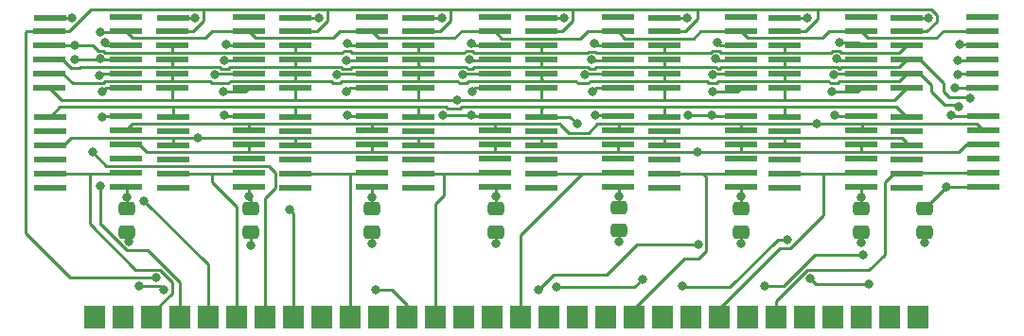
<source format=gbr>
%TF.GenerationSoftware,KiCad,Pcbnew,6.0.0+dfsg1-2*%
%TF.CreationDate,2022-02-11T22:47:21+03:00*%
%TF.ProjectId,simm3016_n,73696d6d-3330-4313-965f-6e2e6b696361,rev?*%
%TF.SameCoordinates,Original*%
%TF.FileFunction,Copper,L1,Top*%
%TF.FilePolarity,Positive*%
%FSLAX46Y46*%
G04 Gerber Fmt 4.6, Leading zero omitted, Abs format (unit mm)*
G04 Created by KiCad (PCBNEW 6.0.0+dfsg1-2) date 2022-02-11 22:47:21*
%MOMM*%
%LPD*%
G01*
G04 APERTURE LIST*
G04 Aperture macros list*
%AMRoundRect*
0 Rectangle with rounded corners*
0 $1 Rounding radius*
0 $2 $3 $4 $5 $6 $7 $8 $9 X,Y pos of 4 corners*
0 Add a 4 corners polygon primitive as box body*
4,1,4,$2,$3,$4,$5,$6,$7,$8,$9,$2,$3,0*
0 Add four circle primitives for the rounded corners*
1,1,$1+$1,$2,$3*
1,1,$1+$1,$4,$5*
1,1,$1+$1,$6,$7*
1,1,$1+$1,$8,$9*
0 Add four rect primitives between the rounded corners*
20,1,$1+$1,$2,$3,$4,$5,0*
20,1,$1+$1,$4,$5,$6,$7,0*
20,1,$1+$1,$6,$7,$8,$9,0*
20,1,$1+$1,$8,$9,$2,$3,0*%
G04 Aperture macros list end*
%TA.AperFunction,SMDPad,CuDef*%
%ADD10R,3.000000X0.600000*%
%TD*%
%TA.AperFunction,SMDPad,CuDef*%
%ADD11RoundRect,0.250000X-0.475000X0.337500X-0.475000X-0.337500X0.475000X-0.337500X0.475000X0.337500X0*%
%TD*%
%TA.AperFunction,ComponentPad*%
%ADD12R,1.900000X2.000000*%
%TD*%
%TA.AperFunction,ViaPad*%
%ADD13C,0.800000*%
%TD*%
%TA.AperFunction,Conductor*%
%ADD14C,0.250000*%
%TD*%
G04 APERTURE END LIST*
D10*
%TO.P,D8,1,+5V*%
%TO.N,+5V*%
X221830000Y-133120000D03*
%TO.P,D8,2,D*%
%TO.N,/DQ7*%
X221830000Y-131850000D03*
%TO.P,D8,3*%
%TO.N,N/C*%
X221830000Y-130580000D03*
%TO.P,D8,4,~{W}*%
%TO.N,/~{WE}*%
X221830000Y-129310000D03*
%TO.P,D8,5,~{RAS}*%
%TO.N,/~{RAS}*%
X221830000Y-128040000D03*
%TO.P,D8,6,A11*%
%TO.N,/A11*%
X221830000Y-126770000D03*
%TO.P,D8,7,A10*%
%TO.N,/A10*%
X221800000Y-124200000D03*
%TO.P,D8,8,A0*%
%TO.N,/A0*%
X221800000Y-122930000D03*
%TO.P,D8,9,A1*%
%TO.N,/A1*%
X221800000Y-121660000D03*
%TO.P,D8,10,A2*%
%TO.N,/A2*%
X221800000Y-120390000D03*
%TO.P,D8,11,A3*%
%TO.N,/A3*%
X221800000Y-119120000D03*
%TO.P,D8,12*%
%TO.N,N/C*%
X221800000Y-117850000D03*
%TO.P,D8,13,GND*%
%TO.N,GNDD*%
X215000000Y-117900000D03*
%TO.P,D8,14,A4*%
%TO.N,/A4*%
X214970000Y-119120000D03*
%TO.P,D8,15,A5*%
%TO.N,/A5*%
X214970000Y-120390000D03*
%TO.P,D8,16,A6*%
%TO.N,/A6*%
X214970000Y-121660000D03*
%TO.P,D8,17,A7*%
%TO.N,/A7*%
X214970000Y-122930000D03*
%TO.P,D8,18,A8*%
%TO.N,/A8*%
X214970000Y-124200000D03*
%TO.P,D8,19,A9*%
%TO.N,/A9*%
X215000000Y-126800000D03*
%TO.P,D8,20*%
%TO.N,N/C*%
X215000000Y-128070000D03*
%TO.P,D8,21,~{CAS}*%
%TO.N,/~{CAS}*%
X215000000Y-129340000D03*
%TO.P,D8,22*%
%TO.N,N/C*%
X215000000Y-130610000D03*
%TO.P,D8,23,Q*%
%TO.N,/DQ7*%
X215000000Y-131880000D03*
%TO.P,D8,24*%
%TO.N,N/C*%
X215000000Y-133150000D03*
%TD*%
%TO.P,D4,1,+5V*%
%TO.N,+5V*%
X178180000Y-133120000D03*
%TO.P,D4,2,D*%
%TO.N,/DQ3*%
X178180000Y-131850000D03*
%TO.P,D4,3*%
%TO.N,N/C*%
X178180000Y-130580000D03*
%TO.P,D4,4,~{W}*%
%TO.N,/~{WE}*%
X178180000Y-129310000D03*
%TO.P,D4,5,~{RAS}*%
%TO.N,/~{RAS}*%
X178180000Y-128040000D03*
%TO.P,D4,6,A11*%
%TO.N,/A11*%
X178180000Y-126770000D03*
%TO.P,D4,7,A10*%
%TO.N,/A10*%
X178150000Y-124200000D03*
%TO.P,D4,8,A0*%
%TO.N,/A0*%
X178150000Y-122930000D03*
%TO.P,D4,9,A1*%
%TO.N,/A1*%
X178150000Y-121660000D03*
%TO.P,D4,10,A2*%
%TO.N,/A2*%
X178150000Y-120390000D03*
%TO.P,D4,11,A3*%
%TO.N,/A3*%
X178150000Y-119120000D03*
%TO.P,D4,12*%
%TO.N,N/C*%
X178150000Y-117850000D03*
%TO.P,D4,13,GND*%
%TO.N,GNDD*%
X171350000Y-117900000D03*
%TO.P,D4,14,A4*%
%TO.N,/A4*%
X171320000Y-119120000D03*
%TO.P,D4,15,A5*%
%TO.N,/A5*%
X171320000Y-120390000D03*
%TO.P,D4,16,A6*%
%TO.N,/A6*%
X171320000Y-121660000D03*
%TO.P,D4,17,A7*%
%TO.N,/A7*%
X171320000Y-122930000D03*
%TO.P,D4,18,A8*%
%TO.N,/A8*%
X171320000Y-124200000D03*
%TO.P,D4,19,A9*%
%TO.N,/A9*%
X171350000Y-126800000D03*
%TO.P,D4,20*%
%TO.N,N/C*%
X171350000Y-128070000D03*
%TO.P,D4,21,~{CAS}*%
%TO.N,/~{CAS}*%
X171350000Y-129340000D03*
%TO.P,D4,22*%
%TO.N,N/C*%
X171350000Y-130610000D03*
%TO.P,D4,23,Q*%
%TO.N,/DQ3*%
X171350000Y-131880000D03*
%TO.P,D4,24*%
%TO.N,N/C*%
X171350000Y-133150000D03*
%TD*%
%TO.P,D5,1,+5V*%
%TO.N,+5V*%
X189180000Y-133120000D03*
%TO.P,D5,2,D*%
%TO.N,/DQ4*%
X189180000Y-131850000D03*
%TO.P,D5,3*%
%TO.N,N/C*%
X189180000Y-130580000D03*
%TO.P,D5,4,~{W}*%
%TO.N,/~{WE}*%
X189180000Y-129310000D03*
%TO.P,D5,5,~{RAS}*%
%TO.N,/~{RAS}*%
X189180000Y-128040000D03*
%TO.P,D5,6,A11*%
%TO.N,/A11*%
X189180000Y-126770000D03*
%TO.P,D5,7,A10*%
%TO.N,/A10*%
X189150000Y-124200000D03*
%TO.P,D5,8,A0*%
%TO.N,/A0*%
X189150000Y-122930000D03*
%TO.P,D5,9,A1*%
%TO.N,/A1*%
X189150000Y-121660000D03*
%TO.P,D5,10,A2*%
%TO.N,/A2*%
X189150000Y-120390000D03*
%TO.P,D5,11,A3*%
%TO.N,/A3*%
X189150000Y-119120000D03*
%TO.P,D5,12*%
%TO.N,N/C*%
X189150000Y-117850000D03*
%TO.P,D5,13,GND*%
%TO.N,GNDD*%
X182350000Y-117900000D03*
%TO.P,D5,14,A4*%
%TO.N,/A4*%
X182320000Y-119120000D03*
%TO.P,D5,15,A5*%
%TO.N,/A5*%
X182320000Y-120390000D03*
%TO.P,D5,16,A6*%
%TO.N,/A6*%
X182320000Y-121660000D03*
%TO.P,D5,17,A7*%
%TO.N,/A7*%
X182320000Y-122930000D03*
%TO.P,D5,18,A8*%
%TO.N,/A8*%
X182320000Y-124200000D03*
%TO.P,D5,19,A9*%
%TO.N,/A9*%
X182350000Y-126800000D03*
%TO.P,D5,20*%
%TO.N,N/C*%
X182350000Y-128070000D03*
%TO.P,D5,21,~{CAS}*%
%TO.N,/~{CAS}*%
X182350000Y-129340000D03*
%TO.P,D5,22*%
%TO.N,N/C*%
X182350000Y-130610000D03*
%TO.P,D5,23,Q*%
%TO.N,/DQ4*%
X182350000Y-131880000D03*
%TO.P,D5,24*%
%TO.N,N/C*%
X182350000Y-133150000D03*
%TD*%
%TO.P,D1,1,+5V*%
%TO.N,+5V*%
X145180000Y-133120000D03*
%TO.P,D1,2,D*%
%TO.N,/DQ0*%
X145180000Y-131850000D03*
%TO.P,D1,3*%
%TO.N,N/C*%
X145180000Y-130580000D03*
%TO.P,D1,4,~{W}*%
%TO.N,/~{WE}*%
X145180000Y-129310000D03*
%TO.P,D1,5,~{RAS}*%
%TO.N,/~{RAS}*%
X145180000Y-128040000D03*
%TO.P,D1,6,A11*%
%TO.N,/A11*%
X145180000Y-126770000D03*
%TO.P,D1,7,A10*%
%TO.N,/A10*%
X145150000Y-124200000D03*
%TO.P,D1,8,A0*%
%TO.N,/A0*%
X145150000Y-122930000D03*
%TO.P,D1,9,A1*%
%TO.N,/A1*%
X145150000Y-121660000D03*
%TO.P,D1,10,A2*%
%TO.N,/A2*%
X145150000Y-120390000D03*
%TO.P,D1,11,A3*%
%TO.N,/A3*%
X145150000Y-119120000D03*
%TO.P,D1,12*%
%TO.N,N/C*%
X145150000Y-117850000D03*
%TO.P,D1,13,GND*%
%TO.N,GNDD*%
X138350000Y-117900000D03*
%TO.P,D1,14,A4*%
%TO.N,/A4*%
X138320000Y-119120000D03*
%TO.P,D1,15,A5*%
%TO.N,/A5*%
X138320000Y-120390000D03*
%TO.P,D1,16,A6*%
%TO.N,/A6*%
X138320000Y-121660000D03*
%TO.P,D1,17,A7*%
%TO.N,/A7*%
X138320000Y-122930000D03*
%TO.P,D1,18,A8*%
%TO.N,/A8*%
X138320000Y-124200000D03*
%TO.P,D1,19,A9*%
%TO.N,/A9*%
X138350000Y-126800000D03*
%TO.P,D1,20*%
%TO.N,N/C*%
X138350000Y-128070000D03*
%TO.P,D1,21,~{CAS}*%
%TO.N,/~{CAS}*%
X138350000Y-129340000D03*
%TO.P,D1,22*%
%TO.N,N/C*%
X138350000Y-130610000D03*
%TO.P,D1,23,Q*%
%TO.N,/DQ0*%
X138350000Y-131880000D03*
%TO.P,D1,24*%
%TO.N,N/C*%
X138350000Y-133150000D03*
%TD*%
%TO.P,D6,1,+5V*%
%TO.N,+5V*%
X200180000Y-133120000D03*
%TO.P,D6,2,D*%
%TO.N,/DQ5*%
X200180000Y-131850000D03*
%TO.P,D6,3*%
%TO.N,N/C*%
X200180000Y-130580000D03*
%TO.P,D6,4,~{W}*%
%TO.N,/~{WE}*%
X200180000Y-129310000D03*
%TO.P,D6,5,~{RAS}*%
%TO.N,/~{RAS}*%
X200180000Y-128040000D03*
%TO.P,D6,6,A11*%
%TO.N,/A11*%
X200180000Y-126770000D03*
%TO.P,D6,7,A10*%
%TO.N,/A10*%
X200150000Y-124200000D03*
%TO.P,D6,8,A0*%
%TO.N,/A0*%
X200150000Y-122930000D03*
%TO.P,D6,9,A1*%
%TO.N,/A1*%
X200150000Y-121660000D03*
%TO.P,D6,10,A2*%
%TO.N,/A2*%
X200150000Y-120390000D03*
%TO.P,D6,11,A3*%
%TO.N,/A3*%
X200150000Y-119120000D03*
%TO.P,D6,12*%
%TO.N,N/C*%
X200150000Y-117850000D03*
%TO.P,D6,13,GND*%
%TO.N,GNDD*%
X193350000Y-117900000D03*
%TO.P,D6,14,A4*%
%TO.N,/A4*%
X193320000Y-119120000D03*
%TO.P,D6,15,A5*%
%TO.N,/A5*%
X193320000Y-120390000D03*
%TO.P,D6,16,A6*%
%TO.N,/A6*%
X193320000Y-121660000D03*
%TO.P,D6,17,A7*%
%TO.N,/A7*%
X193320000Y-122930000D03*
%TO.P,D6,18,A8*%
%TO.N,/A8*%
X193320000Y-124200000D03*
%TO.P,D6,19,A9*%
%TO.N,/A9*%
X193350000Y-126800000D03*
%TO.P,D6,20*%
%TO.N,N/C*%
X193350000Y-128070000D03*
%TO.P,D6,21,~{CAS}*%
%TO.N,/~{CAS}*%
X193350000Y-129340000D03*
%TO.P,D6,22*%
%TO.N,N/C*%
X193350000Y-130610000D03*
%TO.P,D6,23,Q*%
%TO.N,/DQ5*%
X193350000Y-131880000D03*
%TO.P,D6,24*%
%TO.N,N/C*%
X193350000Y-133150000D03*
%TD*%
%TO.P,D2,1,+5V*%
%TO.N,+5V*%
X156180000Y-133120000D03*
%TO.P,D2,2,D*%
%TO.N,/DQ1*%
X156180000Y-131850000D03*
%TO.P,D2,3*%
%TO.N,N/C*%
X156180000Y-130580000D03*
%TO.P,D2,4,~{W}*%
%TO.N,/~{WE}*%
X156180000Y-129310000D03*
%TO.P,D2,5,~{RAS}*%
%TO.N,/~{RAS}*%
X156180000Y-128040000D03*
%TO.P,D2,6,A11*%
%TO.N,/A11*%
X156180000Y-126770000D03*
%TO.P,D2,7,A10*%
%TO.N,/A10*%
X156150000Y-124200000D03*
%TO.P,D2,8,A0*%
%TO.N,/A0*%
X156150000Y-122930000D03*
%TO.P,D2,9,A1*%
%TO.N,/A1*%
X156150000Y-121660000D03*
%TO.P,D2,10,A2*%
%TO.N,/A2*%
X156150000Y-120390000D03*
%TO.P,D2,11,A3*%
%TO.N,/A3*%
X156150000Y-119120000D03*
%TO.P,D2,12*%
%TO.N,N/C*%
X156150000Y-117850000D03*
%TO.P,D2,13,GND*%
%TO.N,GNDD*%
X149350000Y-117900000D03*
%TO.P,D2,14,A4*%
%TO.N,/A4*%
X149320000Y-119120000D03*
%TO.P,D2,15,A5*%
%TO.N,/A5*%
X149320000Y-120390000D03*
%TO.P,D2,16,A6*%
%TO.N,/A6*%
X149320000Y-121660000D03*
%TO.P,D2,17,A7*%
%TO.N,/A7*%
X149320000Y-122930000D03*
%TO.P,D2,18,A8*%
%TO.N,/A8*%
X149320000Y-124200000D03*
%TO.P,D2,19,A9*%
%TO.N,/A9*%
X149350000Y-126800000D03*
%TO.P,D2,20*%
%TO.N,N/C*%
X149350000Y-128070000D03*
%TO.P,D2,21,~{CAS}*%
%TO.N,/~{CAS}*%
X149350000Y-129340000D03*
%TO.P,D2,22*%
%TO.N,N/C*%
X149350000Y-130610000D03*
%TO.P,D2,23,Q*%
%TO.N,/DQ1*%
X149350000Y-131880000D03*
%TO.P,D2,24*%
%TO.N,N/C*%
X149350000Y-133150000D03*
%TD*%
%TO.P,D3,1,+5V*%
%TO.N,+5V*%
X167180000Y-133120000D03*
%TO.P,D3,2,D*%
%TO.N,/DQ2*%
X167180000Y-131850000D03*
%TO.P,D3,3*%
%TO.N,N/C*%
X167180000Y-130580000D03*
%TO.P,D3,4,~{W}*%
%TO.N,/~{WE}*%
X167180000Y-129310000D03*
%TO.P,D3,5,~{RAS}*%
%TO.N,/~{RAS}*%
X167180000Y-128040000D03*
%TO.P,D3,6,A11*%
%TO.N,/A11*%
X167180000Y-126770000D03*
%TO.P,D3,7,A10*%
%TO.N,/A10*%
X167150000Y-124200000D03*
%TO.P,D3,8,A0*%
%TO.N,/A0*%
X167150000Y-122930000D03*
%TO.P,D3,9,A1*%
%TO.N,/A1*%
X167150000Y-121660000D03*
%TO.P,D3,10,A2*%
%TO.N,/A2*%
X167150000Y-120390000D03*
%TO.P,D3,11,A3*%
%TO.N,/A3*%
X167150000Y-119120000D03*
%TO.P,D3,12*%
%TO.N,N/C*%
X167150000Y-117850000D03*
%TO.P,D3,13,GND*%
%TO.N,GNDD*%
X160350000Y-117900000D03*
%TO.P,D3,14,A4*%
%TO.N,/A4*%
X160320000Y-119120000D03*
%TO.P,D3,15,A5*%
%TO.N,/A5*%
X160320000Y-120390000D03*
%TO.P,D3,16,A6*%
%TO.N,/A6*%
X160320000Y-121660000D03*
%TO.P,D3,17,A7*%
%TO.N,/A7*%
X160320000Y-122930000D03*
%TO.P,D3,18,A8*%
%TO.N,/A8*%
X160320000Y-124200000D03*
%TO.P,D3,19,A9*%
%TO.N,/A9*%
X160350000Y-126800000D03*
%TO.P,D3,20*%
%TO.N,N/C*%
X160350000Y-128070000D03*
%TO.P,D3,21,~{CAS}*%
%TO.N,/~{CAS}*%
X160350000Y-129340000D03*
%TO.P,D3,22*%
%TO.N,N/C*%
X160350000Y-130610000D03*
%TO.P,D3,23,Q*%
%TO.N,/DQ2*%
X160350000Y-131880000D03*
%TO.P,D3,24*%
%TO.N,N/C*%
X160350000Y-133150000D03*
%TD*%
%TO.P,D7,1,+5V*%
%TO.N,+5V*%
X210930000Y-133120000D03*
%TO.P,D7,2,D*%
%TO.N,/DQ6*%
X210930000Y-131850000D03*
%TO.P,D7,3*%
%TO.N,N/C*%
X210930000Y-130580000D03*
%TO.P,D7,4,~{W}*%
%TO.N,/~{WE}*%
X210930000Y-129310000D03*
%TO.P,D7,5,~{RAS}*%
%TO.N,/~{RAS}*%
X210930000Y-128040000D03*
%TO.P,D7,6,A11*%
%TO.N,/A11*%
X210930000Y-126770000D03*
%TO.P,D7,7,A10*%
%TO.N,/A10*%
X210900000Y-124200000D03*
%TO.P,D7,8,A0*%
%TO.N,/A0*%
X210900000Y-122930000D03*
%TO.P,D7,9,A1*%
%TO.N,/A1*%
X210900000Y-121660000D03*
%TO.P,D7,10,A2*%
%TO.N,/A2*%
X210900000Y-120390000D03*
%TO.P,D7,11,A3*%
%TO.N,/A3*%
X210900000Y-119120000D03*
%TO.P,D7,12*%
%TO.N,N/C*%
X210900000Y-117850000D03*
%TO.P,D7,13,GND*%
%TO.N,GNDD*%
X204100000Y-117900000D03*
%TO.P,D7,14,A4*%
%TO.N,/A4*%
X204070000Y-119120000D03*
%TO.P,D7,15,A5*%
%TO.N,/A5*%
X204070000Y-120390000D03*
%TO.P,D7,16,A6*%
%TO.N,/A6*%
X204070000Y-121660000D03*
%TO.P,D7,17,A7*%
%TO.N,/A7*%
X204070000Y-122930000D03*
%TO.P,D7,18,A8*%
%TO.N,/A8*%
X204070000Y-124200000D03*
%TO.P,D7,19,A9*%
%TO.N,/A9*%
X204100000Y-126800000D03*
%TO.P,D7,20*%
%TO.N,N/C*%
X204100000Y-128070000D03*
%TO.P,D7,21,~{CAS}*%
%TO.N,/~{CAS}*%
X204100000Y-129340000D03*
%TO.P,D7,22*%
%TO.N,N/C*%
X204100000Y-130610000D03*
%TO.P,D7,23,Q*%
%TO.N,/DQ6*%
X204100000Y-131880000D03*
%TO.P,D7,24*%
%TO.N,N/C*%
X204100000Y-133150000D03*
%TD*%
D11*
%TO.P,C6,1*%
%TO.N,+5V*%
X200200000Y-135062500D03*
%TO.P,C6,2*%
%TO.N,GNDD*%
X200200000Y-137137500D03*
%TD*%
%TO.P,C2,1*%
%TO.N,+5V*%
X156300000Y-135062500D03*
%TO.P,C2,2*%
%TO.N,GNDD*%
X156300000Y-137137500D03*
%TD*%
%TO.P,C1,1*%
%TO.N,+5V*%
X145200000Y-135062500D03*
%TO.P,C1,2*%
%TO.N,GNDD*%
X145200000Y-137137500D03*
%TD*%
%TO.P,C7,1*%
%TO.N,+5V*%
X210900000Y-135062500D03*
%TO.P,C7,2*%
%TO.N,GNDD*%
X210900000Y-137137500D03*
%TD*%
%TO.P,C3,1*%
%TO.N,+5V*%
X167200000Y-135062500D03*
%TO.P,C3,2*%
%TO.N,GNDD*%
X167200000Y-137137500D03*
%TD*%
%TO.P,C5,1*%
%TO.N,+5V*%
X189300000Y-134925000D03*
%TO.P,C5,2*%
%TO.N,GNDD*%
X189300000Y-137000000D03*
%TD*%
%TO.P,C8,1*%
%TO.N,+5V*%
X216600000Y-135062500D03*
%TO.P,C8,2*%
%TO.N,GNDD*%
X216600000Y-137137500D03*
%TD*%
%TO.P,C4,1*%
%TO.N,+5V*%
X178300000Y-135062500D03*
%TO.P,C4,2*%
%TO.N,GNDD*%
X178300000Y-137137500D03*
%TD*%
D12*
%TO.P,J1,1,Pin_1*%
%TO.N,+5V*%
X142350000Y-144750000D03*
%TO.P,J1,2,Pin_2*%
%TO.N,/~{CAS}*%
X144890000Y-144750000D03*
%TO.P,J1,3,Pin_3*%
%TO.N,/DQ0*%
X147430000Y-144750000D03*
%TO.P,J1,4,Pin_4*%
%TO.N,/A0*%
X149970000Y-144750000D03*
%TO.P,J1,5,Pin_5*%
%TO.N,/A1*%
X152510000Y-144750000D03*
%TO.P,J1,6,Pin_6*%
%TO.N,/DQ1*%
X155050000Y-144750000D03*
%TO.P,J1,7,Pin_7*%
%TO.N,/A2*%
X157590000Y-144750000D03*
%TO.P,J1,8,Pin_8*%
%TO.N,/A3*%
X160130000Y-144750000D03*
%TO.P,J1,9,Pin_9*%
%TO.N,GNDD*%
X162670000Y-144750000D03*
%TO.P,J1,10,Pin_10*%
%TO.N,/DQ2*%
X165210000Y-144750000D03*
%TO.P,J1,11,Pin_11*%
%TO.N,/A4*%
X167750000Y-144750000D03*
%TO.P,J1,12,Pin_12*%
%TO.N,/A5*%
X170290000Y-144750000D03*
%TO.P,J1,13,Pin_13*%
%TO.N,/DQ3*%
X172830000Y-144750000D03*
%TO.P,J1,14,Pin_14*%
%TO.N,/A6*%
X175370000Y-144750000D03*
%TO.P,J1,15,Pin_15*%
%TO.N,/A7*%
X177910000Y-144750000D03*
%TO.P,J1,16,Pin_16*%
%TO.N,/DQ4*%
X180450000Y-144750000D03*
%TO.P,J1,17,Pin_17*%
%TO.N,/A8*%
X182990000Y-144750000D03*
%TO.P,J1,18,Pin_18*%
%TO.N,/A9*%
X185530000Y-144750000D03*
%TO.P,J1,19,Pin_19*%
%TO.N,/A10*%
X188070000Y-144750000D03*
%TO.P,J1,20,Pin_20*%
%TO.N,/DQ5*%
X190610000Y-144750000D03*
%TO.P,J1,21,Pin_21*%
%TO.N,/~{WE}*%
X193150000Y-144750000D03*
%TO.P,J1,22,Pin_22*%
%TO.N,GNDD*%
X195690000Y-144750000D03*
%TO.P,J1,23,Pin_23*%
%TO.N,/DQ6*%
X198230000Y-144750000D03*
%TO.P,J1,24,Pin_24*%
%TO.N,/A11*%
X200770000Y-144750000D03*
%TO.P,J1,25,Pin_25*%
%TO.N,/DQ7*%
X203310000Y-144750000D03*
%TO.P,J1,26,Pin_26*%
%TO.N,GNDD*%
X205850000Y-144750000D03*
%TO.P,J1,27,Pin_27*%
%TO.N,/~{RAS}*%
X208390000Y-144750000D03*
%TO.P,J1,28,Pin_28*%
%TO.N,unconnected-(J1-Pad28)*%
X210930000Y-144750000D03*
%TO.P,J1,29,Pin_29*%
%TO.N,unconnected-(J1-Pad29)*%
X213470000Y-144750000D03*
%TO.P,J1,30,Pin_30*%
%TO.N,+5V*%
X216010000Y-144750000D03*
%TD*%
D13*
%TO.N,+5V*%
X200200000Y-133950000D03*
X178300000Y-133900000D03*
X210900000Y-134000000D03*
X156200000Y-133900000D03*
X167200000Y-134000000D03*
X189300000Y-133900000D03*
X145200000Y-134000000D03*
X218542500Y-133120000D03*
%TO.N,GNDD*%
X140300000Y-117900000D03*
X173450000Y-117950000D03*
X178300000Y-138200000D03*
X206150000Y-117899989D03*
X195400000Y-117899989D03*
X184350000Y-117899989D03*
X145431053Y-137968947D03*
X167200000Y-138200000D03*
X200200000Y-138200000D03*
X156300000Y-138300000D03*
X189300000Y-138000000D03*
X151350000Y-117900000D03*
X210900000Y-138100000D03*
X162450000Y-117900000D03*
X216600000Y-138100000D03*
X216950000Y-117950000D03*
%TO.N,/~{WE}*%
X196264511Y-129985489D03*
%TO.N,/~{RAS}*%
X206954511Y-127445489D03*
%TO.N,/A11*%
X195449502Y-126650000D03*
X164950000Y-126650000D03*
X153950000Y-126650000D03*
X208600000Y-126650000D03*
X143073522Y-126800000D03*
X173475500Y-126677248D03*
X218975500Y-126696501D03*
X187150000Y-126650000D03*
X197550000Y-126650000D03*
X176024500Y-126648381D03*
%TO.N,/A10*%
X208350000Y-124500000D03*
X176100000Y-124500000D03*
X143073522Y-124508100D03*
X164850000Y-124575500D03*
X219300000Y-124200000D03*
X153900000Y-124550000D03*
X197650000Y-124500000D03*
X186900000Y-124500000D03*
%TO.N,/A0*%
X197650000Y-123050000D03*
X219550000Y-123050000D03*
X208500000Y-123050000D03*
X175300000Y-123050000D03*
X142900000Y-133000000D03*
X142824500Y-123059099D03*
X186200000Y-123050000D03*
X164000000Y-123050000D03*
X153150000Y-123050000D03*
%TO.N,/A1*%
X208709989Y-121600999D03*
X140575500Y-121700000D03*
X219540011Y-121759989D03*
X146800000Y-134350000D03*
X175883051Y-121658536D03*
X197940011Y-121600999D03*
X153989849Y-121755989D03*
X142833599Y-121610098D03*
X164839849Y-121755989D03*
X186832116Y-121681554D03*
%TO.N,/A2*%
X208989011Y-120151998D03*
X143255227Y-120163871D03*
X142174500Y-130000000D03*
X154139011Y-120306988D03*
X187039011Y-120232553D03*
X219710989Y-120310989D03*
X176039011Y-120209535D03*
X164933210Y-120200999D03*
X198090477Y-120151998D03*
%TO.N,/A3*%
X142900000Y-119200000D03*
X159800000Y-135100000D03*
%TO.N,/A4*%
X147900000Y-141250000D03*
%TO.N,/A5*%
X148550000Y-142350000D03*
X140590000Y-120390000D03*
X167500000Y-142350000D03*
X146350000Y-142000000D03*
%TO.N,/A6*%
X211650000Y-141800000D03*
X220704605Y-125144687D03*
X204350000Y-137800000D03*
X191350000Y-141350000D03*
X194950000Y-142000000D03*
X183650000Y-142100000D03*
X206400000Y-141300000D03*
%TO.N,/A7*%
X219700000Y-125900000D03*
X202300000Y-141950000D03*
X182100000Y-142300000D03*
X196350000Y-138250000D03*
X211150000Y-139200000D03*
%TO.N,/A8*%
X174750000Y-125300000D03*
%TO.N,/A9*%
X185500000Y-127400000D03*
%TO.N,/~{CAS}*%
X151550000Y-128700000D03*
%TD*%
D14*
%TO.N,+5V*%
X156180000Y-133120000D02*
X156180000Y-133880000D01*
X210900000Y-135062500D02*
X210900000Y-133150000D01*
X216600000Y-135062500D02*
X218542500Y-133120000D01*
X200200000Y-135062500D02*
X200200000Y-133140000D01*
X178300000Y-135062500D02*
X178300000Y-133240000D01*
X156180000Y-133880000D02*
X156200000Y-133900000D01*
X189300000Y-134925000D02*
X189300000Y-134000000D01*
X145200000Y-134000000D02*
X145200000Y-133140000D01*
X156300000Y-134000000D02*
X156200000Y-133900000D01*
X218542500Y-133120000D02*
X221830000Y-133120000D01*
X167200000Y-135062500D02*
X167200000Y-133140000D01*
X156300000Y-135062500D02*
X156300000Y-134000000D01*
X189300000Y-134000000D02*
X189300000Y-133240000D01*
X145200000Y-135062500D02*
X145200000Y-134000000D01*
%TO.N,GNDD*%
X178300000Y-137137500D02*
X178300000Y-138200000D01*
X215000000Y-117900000D02*
X216900000Y-117900000D01*
X182350000Y-117900000D02*
X184349989Y-117900000D01*
X204100000Y-117900000D02*
X206149989Y-117900000D01*
X145200000Y-137737894D02*
X145431053Y-137968947D01*
X173400000Y-117900000D02*
X173450000Y-117950000D01*
X189300000Y-137000000D02*
X189300000Y-138000000D01*
X160350000Y-117900000D02*
X162450000Y-117900000D01*
X216900000Y-117900000D02*
X216950000Y-117950000D01*
X193350000Y-117900000D02*
X195399989Y-117900000D01*
X156300000Y-137137500D02*
X156300000Y-138300000D01*
X210900000Y-137137500D02*
X210900000Y-138100000D01*
X138350000Y-117900000D02*
X140300000Y-117900000D01*
X184349989Y-117900000D02*
X184350000Y-117899989D01*
X195399989Y-117900000D02*
X195400000Y-117899989D01*
X145200000Y-137137500D02*
X145200000Y-137737894D01*
X206149989Y-117900000D02*
X206150000Y-117899989D01*
X200200000Y-137137500D02*
X200200000Y-138200000D01*
X167200000Y-137137500D02*
X167200000Y-138200000D01*
X216600000Y-137137500D02*
X216600000Y-138100000D01*
X149350000Y-117900000D02*
X151350000Y-117900000D01*
X171350000Y-117900000D02*
X173400000Y-117900000D01*
%TO.N,/DQ0*%
X141930000Y-131880000D02*
X141930000Y-136415704D01*
X147874614Y-144050000D02*
X149274511Y-142650103D01*
X141930000Y-136415704D02*
X146039795Y-140525499D01*
X149274511Y-141599911D02*
X148200099Y-140525499D01*
X141930000Y-131880000D02*
X145150000Y-131880000D01*
X146039795Y-140525499D02*
X148200099Y-140525499D01*
X149274511Y-142650103D02*
X149274511Y-141599911D01*
X138350000Y-131880000D02*
X141930000Y-131880000D01*
%TO.N,/~{WE}*%
X210930000Y-129930978D02*
X210905489Y-129955489D01*
X167144511Y-129955489D02*
X169055489Y-129955489D01*
X169085489Y-129985489D02*
X175940978Y-129985489D01*
X156180000Y-129310000D02*
X156180000Y-129880000D01*
X213205489Y-129985489D02*
X219640978Y-129985489D01*
X219640978Y-129985489D02*
X220316467Y-129310000D01*
X158335489Y-129985489D02*
X165325489Y-129985489D01*
X200194511Y-129955489D02*
X202055489Y-129955489D01*
X210905489Y-129955489D02*
X213175489Y-129955489D01*
X156255489Y-129955489D02*
X158305489Y-129955489D01*
X187325489Y-129985489D02*
X187355489Y-129955489D01*
X191155489Y-129955489D02*
X191185489Y-129985489D01*
X158305489Y-129955489D02*
X158335489Y-129985489D01*
X213175489Y-129955489D02*
X213205489Y-129985489D01*
X210930000Y-129310000D02*
X210930000Y-129930978D01*
X165355489Y-129955489D02*
X167144511Y-129955489D01*
X189180000Y-129310000D02*
X189180000Y-129840978D01*
X169055489Y-129955489D02*
X169085489Y-129985489D01*
X189180000Y-129840978D02*
X189294511Y-129955489D01*
X209075489Y-129985489D02*
X209105489Y-129955489D01*
X175940978Y-129985489D02*
X175970978Y-129955489D01*
X167180000Y-129920000D02*
X167144511Y-129955489D01*
X200180000Y-129940978D02*
X200194511Y-129955489D01*
X178155489Y-129955489D02*
X180525489Y-129955489D01*
X209105489Y-129955489D02*
X210905489Y-129955489D01*
X156180000Y-129880000D02*
X156255489Y-129955489D01*
X165325489Y-129985489D02*
X165355489Y-129955489D01*
X220316467Y-129310000D02*
X221830000Y-129310000D01*
X146380000Y-129310000D02*
X147034511Y-129964511D01*
X200180000Y-129310000D02*
X200180000Y-129940978D01*
X198355489Y-129955489D02*
X200194511Y-129955489D01*
X189294511Y-129955489D02*
X191155489Y-129955489D01*
X198325489Y-129985489D02*
X198355489Y-129955489D01*
X180555489Y-129985489D02*
X187325489Y-129985489D01*
X202085489Y-129985489D02*
X209075489Y-129985489D01*
X187355489Y-129955489D02*
X189294511Y-129955489D01*
X202055489Y-129955489D02*
X202085489Y-129985489D01*
X154346467Y-129964511D02*
X154355489Y-129955489D01*
X178180000Y-129310000D02*
X178180000Y-129930978D01*
X175970978Y-129955489D02*
X178155489Y-129955489D01*
X147034511Y-129964511D02*
X154346467Y-129964511D01*
X180525489Y-129955489D02*
X180555489Y-129985489D01*
X178180000Y-129930978D02*
X178155489Y-129955489D01*
X154355489Y-129955489D02*
X156255489Y-129955489D01*
X167180000Y-129310000D02*
X167180000Y-129920000D01*
X191185489Y-129985489D02*
X198325489Y-129985489D01*
%TO.N,/~{RAS}*%
X178180000Y-127470000D02*
X178180000Y-128040000D01*
X184054511Y-127504511D02*
X184794991Y-128244991D01*
X200195489Y-127445489D02*
X200180000Y-127460978D01*
X184054511Y-127445489D02*
X184054511Y-127504511D01*
X200180000Y-127460978D02*
X200180000Y-128040000D01*
X221235489Y-127445489D02*
X221830000Y-128040000D01*
X167180000Y-127460978D02*
X167180000Y-128040000D01*
X145180000Y-128040000D02*
X145774511Y-127445489D01*
X167195489Y-127445489D02*
X167180000Y-127460978D01*
X186545987Y-128244991D02*
X187345489Y-127445489D01*
X210995489Y-127445489D02*
X221235489Y-127445489D01*
X145774511Y-127445489D02*
X156154511Y-127445489D01*
X156154511Y-127445489D02*
X167195489Y-127445489D01*
X189295489Y-127445489D02*
X189295489Y-127924511D01*
X156154511Y-127445489D02*
X156180000Y-127470978D01*
X189295489Y-127445489D02*
X200195489Y-127445489D01*
X156180000Y-127470978D02*
X156180000Y-128040000D01*
X167195489Y-127445489D02*
X178204511Y-127445489D01*
X200195489Y-127445489D02*
X210995489Y-127445489D01*
X178204511Y-127445489D02*
X178180000Y-127470000D01*
X178204511Y-127445489D02*
X184054511Y-127445489D01*
X184794991Y-128244991D02*
X186545987Y-128244991D01*
X210995489Y-127445489D02*
X210995489Y-127974511D01*
X187345489Y-127445489D02*
X189295489Y-127445489D01*
%TO.N,/A11*%
X143103522Y-126770000D02*
X143073522Y-126800000D01*
X178180000Y-126770000D02*
X176146119Y-126770000D01*
X176146119Y-126770000D02*
X176024500Y-126648381D01*
X221830000Y-126770000D02*
X219048999Y-126770000D01*
X176024500Y-126648381D02*
X175995633Y-126677248D01*
X167180000Y-126770000D02*
X165070000Y-126770000D01*
X156180000Y-126770000D02*
X154070000Y-126770000D01*
X165070000Y-126770000D02*
X164950000Y-126650000D01*
X187150000Y-126650000D02*
X189060000Y-126650000D01*
X219048999Y-126770000D02*
X218975500Y-126696501D01*
X200180000Y-126770000D02*
X197670000Y-126770000D01*
X197550000Y-126650000D02*
X195449502Y-126650000D01*
X175995633Y-126677248D02*
X173475500Y-126677248D01*
X145180000Y-126770000D02*
X143103522Y-126770000D01*
X208720000Y-126770000D02*
X208600000Y-126650000D01*
X210930000Y-126770000D02*
X208720000Y-126770000D01*
X197670000Y-126770000D02*
X197550000Y-126650000D01*
X154070000Y-126770000D02*
X153950000Y-126650000D01*
%TO.N,/A10*%
X210900000Y-124200000D02*
X210600000Y-124500000D01*
X155800000Y-124550000D02*
X153900000Y-124550000D01*
X167150000Y-124200000D02*
X165225500Y-124200000D01*
X200150000Y-124200000D02*
X199850000Y-124500000D01*
X165225500Y-124200000D02*
X164850000Y-124575500D01*
X178150000Y-124200000D02*
X176400000Y-124200000D01*
X187200000Y-124200000D02*
X186900000Y-124500000D01*
X221800000Y-124200000D02*
X219300000Y-124200000D01*
X143381622Y-124200000D02*
X143073522Y-124508100D01*
X176400000Y-124200000D02*
X176100000Y-124500000D01*
X189150000Y-124200000D02*
X187200000Y-124200000D01*
X156150000Y-124200000D02*
X155800000Y-124550000D01*
X145150000Y-124200000D02*
X143381622Y-124200000D01*
X199850000Y-124500000D02*
X197650000Y-124500000D01*
X210600000Y-124500000D02*
X208350000Y-124500000D01*
%TO.N,/A0*%
X189150000Y-122930000D02*
X186320000Y-122930000D01*
X186320000Y-122930000D02*
X186200000Y-123050000D01*
X142950000Y-136512493D02*
X142900000Y-136462493D01*
X145237507Y-138800000D02*
X142950000Y-136512493D01*
X145150000Y-122930000D02*
X142953599Y-122930000D01*
X142953599Y-122930000D02*
X142824500Y-123059099D01*
X167150000Y-122930000D02*
X164120000Y-122930000D01*
X197770000Y-122930000D02*
X197650000Y-123050000D01*
X200150000Y-122930000D02*
X197770000Y-122930000D01*
X164120000Y-122930000D02*
X164000000Y-123050000D01*
X178150000Y-122930000D02*
X175420000Y-122930000D01*
X153270000Y-122930000D02*
X153150000Y-123050000D01*
X221800000Y-122930000D02*
X219670000Y-122930000D01*
X147110318Y-138800000D02*
X145237507Y-138800000D01*
X149970000Y-141659682D02*
X147110318Y-138800000D01*
X208620000Y-122930000D02*
X208500000Y-123050000D01*
X156150000Y-122930000D02*
X153270000Y-122930000D01*
X219670000Y-122930000D02*
X219550000Y-123050000D01*
X142900000Y-136462493D02*
X142900000Y-133000000D01*
X210900000Y-122930000D02*
X208620000Y-122930000D01*
X175420000Y-122930000D02*
X175300000Y-123050000D01*
X149970000Y-144050000D02*
X149970000Y-141659682D01*
%TO.N,/A1*%
X142743697Y-121700000D02*
X140575500Y-121700000D01*
X219540011Y-121759989D02*
X221700011Y-121759989D01*
X152510000Y-144050000D02*
X152510000Y-140060000D01*
X142833599Y-121610098D02*
X142743697Y-121700000D01*
X176059989Y-121759989D02*
X178050011Y-121759989D01*
X208659989Y-121759989D02*
X210800011Y-121759989D01*
X198109989Y-121759989D02*
X200050011Y-121759989D01*
X164909989Y-121759989D02*
X167050011Y-121759989D01*
X145150000Y-121660000D02*
X143210000Y-121660000D01*
X154159989Y-121759989D02*
X156050011Y-121759989D01*
X152510000Y-140060000D02*
X146800000Y-134350000D01*
X187009989Y-121759989D02*
X189050011Y-121759989D01*
%TO.N,/A2*%
X157925489Y-131225489D02*
X151700000Y-131225489D01*
X143379011Y-131204511D02*
X142174500Y-130000000D01*
X189150000Y-120390000D02*
X187196458Y-120390000D01*
X157590000Y-134110978D02*
X158525489Y-133175489D01*
X154222023Y-120390000D02*
X154139011Y-120306988D01*
X176219476Y-120390000D02*
X176039011Y-120209535D01*
X147339022Y-131234511D02*
X147309022Y-131204511D01*
X165122211Y-120390000D02*
X164933210Y-120200999D01*
X178150000Y-120390000D02*
X176219476Y-120390000D01*
X167150000Y-120390000D02*
X165122211Y-120390000D01*
X210661998Y-120151998D02*
X208989011Y-120151998D01*
X156150000Y-120390000D02*
X154222023Y-120390000D01*
X210900000Y-120390000D02*
X210661998Y-120151998D01*
X145150000Y-120390000D02*
X143481356Y-120390000D01*
X158525489Y-133175489D02*
X158525489Y-131825489D01*
X200150000Y-120390000D02*
X198328479Y-120390000D01*
X147309022Y-131204511D02*
X143379011Y-131204511D01*
X157590000Y-144050000D02*
X157590000Y-134110978D01*
X219710989Y-120310989D02*
X221720989Y-120310989D01*
X151700000Y-131225489D02*
X151690978Y-131234511D01*
X151690978Y-131234511D02*
X147339022Y-131234511D01*
X187196458Y-120390000D02*
X187039011Y-120232553D01*
X143481356Y-120390000D02*
X143255227Y-120163871D01*
X198328479Y-120390000D02*
X198090477Y-120151998D01*
X158525489Y-131825489D02*
X157925489Y-131225489D01*
%TO.N,/A3*%
X174550000Y-119750000D02*
X175180000Y-119120000D01*
X200774511Y-119744511D02*
X207455489Y-119744511D01*
X152255489Y-119744511D02*
X152880000Y-119120000D01*
X210900000Y-119120000D02*
X211524511Y-119744511D01*
X200150000Y-119120000D02*
X200774511Y-119744511D01*
X208080000Y-119120000D02*
X210900000Y-119120000D01*
X218280000Y-119120000D02*
X221800000Y-119120000D01*
X163655489Y-119744511D02*
X164280000Y-119120000D01*
X189150000Y-119120000D02*
X189795489Y-119765489D01*
X178150000Y-119120000D02*
X178795489Y-119765489D01*
X142900000Y-119200000D02*
X145070000Y-119200000D01*
X196580000Y-119120000D02*
X200150000Y-119120000D01*
X189795489Y-119765489D02*
X195934511Y-119765489D01*
X186480000Y-119120000D02*
X189150000Y-119120000D01*
X164280000Y-119120000D02*
X167150000Y-119120000D01*
X167150000Y-119120000D02*
X167780000Y-119750000D01*
X217655489Y-119744511D02*
X218280000Y-119120000D01*
X152880000Y-119120000D02*
X156150000Y-119120000D01*
X145150000Y-119120000D02*
X145774511Y-119744511D01*
X156774511Y-119744511D02*
X163655489Y-119744511D01*
X185834511Y-119765489D02*
X186480000Y-119120000D01*
X167780000Y-119750000D02*
X174550000Y-119750000D01*
X211524511Y-119744511D02*
X217655489Y-119744511D01*
X145774511Y-119744511D02*
X152255489Y-119744511D01*
X175180000Y-119120000D02*
X178150000Y-119120000D01*
X195934511Y-119765489D02*
X196580000Y-119120000D01*
X207455489Y-119744511D02*
X208080000Y-119120000D01*
X160130000Y-144050000D02*
X160130000Y-135430000D01*
X160130000Y-135430000D02*
X159800000Y-135100000D01*
X156150000Y-119120000D02*
X156774511Y-119744511D01*
X178795489Y-119765489D02*
X185834511Y-119765489D01*
%TO.N,/A4*%
X136280000Y-119120000D02*
X138320000Y-119120000D01*
X195204603Y-119120000D02*
X196325489Y-117999114D01*
X173304614Y-119120000D02*
X174224511Y-118200103D01*
X162254614Y-119120000D02*
X163175489Y-118199125D01*
X152074511Y-118200103D02*
X152074511Y-117225489D01*
X205954603Y-119120000D02*
X207075489Y-117999114D01*
X204070000Y-119120000D02*
X205954603Y-119120000D01*
X171320000Y-119120000D02*
X173304614Y-119120000D01*
X217674511Y-117649897D02*
X217674511Y-118250103D01*
X138320000Y-119120000D02*
X140104614Y-119120000D01*
X207075489Y-117999114D02*
X207075489Y-117175489D01*
X174224511Y-118200103D02*
X174224511Y-117175489D01*
X152024511Y-117175489D02*
X163175489Y-117175489D01*
X163175489Y-118199125D02*
X163175489Y-117175489D01*
X136200000Y-137250000D02*
X140200000Y-141250000D01*
X185074511Y-117175489D02*
X196325489Y-117175489D01*
X217674511Y-118250103D02*
X216804614Y-119120000D01*
X140200000Y-141250000D02*
X147900000Y-141250000D01*
X196325489Y-117999114D02*
X196325489Y-117175489D01*
X196325489Y-117175489D02*
X207075489Y-117175489D01*
X163175489Y-117175489D02*
X174224511Y-117175489D01*
X185074511Y-118200092D02*
X185074511Y-117175489D01*
X216804614Y-119120000D02*
X214970000Y-119120000D01*
X184154603Y-119120000D02*
X185074511Y-118200092D01*
X217200103Y-117175489D02*
X217674511Y-117649897D01*
X142049125Y-117175489D02*
X152024511Y-117175489D01*
X152074511Y-117225489D02*
X152024511Y-117175489D01*
X174224511Y-117175489D02*
X185074511Y-117175489D01*
X193320000Y-119120000D02*
X195204603Y-119120000D01*
X151154614Y-119120000D02*
X149320000Y-119120000D01*
X140104614Y-119120000D02*
X142049125Y-117175489D01*
X136200000Y-119200000D02*
X136280000Y-119120000D01*
X160320000Y-119120000D02*
X162254614Y-119120000D01*
X136200000Y-137250000D02*
X136200000Y-119200000D01*
X151154614Y-119120000D02*
X152074511Y-118200103D01*
X207075489Y-117175489D02*
X217200103Y-117175489D01*
X182320000Y-119120000D02*
X184154603Y-119120000D01*
%TO.N,/A5*%
X193320000Y-120390000D02*
X193320000Y-121030000D01*
X198399101Y-121035489D02*
X204014511Y-121035489D01*
X176183150Y-120934035D02*
X176284604Y-121035489D01*
X154293949Y-121035489D02*
X160335489Y-121035489D01*
X142190000Y-120390000D02*
X140590000Y-120390000D01*
X186453581Y-121035489D02*
X186532017Y-120957053D01*
X171320000Y-120390000D02*
X171320000Y-121020000D01*
X148200000Y-142000000D02*
X148550000Y-142350000D01*
X143124599Y-120876498D02*
X142676498Y-120876498D01*
X149314511Y-121035489D02*
X153685749Y-121035489D01*
X138320000Y-120390000D02*
X140590000Y-120390000D01*
X176284604Y-121035489D02*
X182385489Y-121035489D01*
X193320000Y-121030000D02*
X193314511Y-121035489D01*
X214324511Y-121035489D02*
X214970000Y-120390000D01*
X149320000Y-120390000D02*
X149320000Y-121030000D01*
X160320000Y-120390000D02*
X160320000Y-121020000D01*
X149314511Y-121035489D02*
X143283590Y-121035489D01*
X160335489Y-121035489D02*
X164539911Y-121035489D01*
X171320000Y-121020000D02*
X171335489Y-121035489D01*
X165250099Y-120925499D02*
X165360089Y-121035489D01*
X208250899Y-121035489D02*
X208409890Y-120876498D01*
X164649901Y-120925499D02*
X165250099Y-120925499D01*
X165360089Y-121035489D02*
X171335489Y-121035489D01*
X153689750Y-121031488D02*
X154289948Y-121031488D01*
X170290000Y-144050000D02*
X170290000Y-143690000D01*
X187132215Y-120957053D02*
X187210651Y-121035489D01*
X142676498Y-120876498D02*
X142190000Y-120390000D01*
X204070000Y-120980000D02*
X204014511Y-121035489D01*
X175582952Y-120934035D02*
X176183150Y-120934035D01*
X175481498Y-121035489D02*
X175582952Y-120934035D01*
X198240110Y-120876498D02*
X198399101Y-121035489D01*
X170290000Y-143690000D02*
X168950000Y-142350000D01*
X209169079Y-121035489D02*
X214324511Y-121035489D01*
X146350000Y-142000000D02*
X148200000Y-142000000D01*
X204014511Y-121035489D02*
X208250899Y-121035489D01*
X182320000Y-120970000D02*
X182385489Y-121035489D01*
X154289948Y-121031488D02*
X154293949Y-121035489D01*
X193314511Y-121035489D02*
X197480921Y-121035489D01*
X209010088Y-120876498D02*
X209169079Y-121035489D01*
X153685749Y-121035489D02*
X153689750Y-121031488D01*
X143283590Y-121035489D02*
X143124599Y-120876498D01*
X171335489Y-121035489D02*
X175481498Y-121035489D01*
X164539911Y-121035489D02*
X164649901Y-120925499D01*
X187210651Y-121035489D02*
X193314511Y-121035489D01*
X182385489Y-121035489D02*
X186453581Y-121035489D01*
X197480921Y-121035489D02*
X197639912Y-120876498D01*
X204070000Y-120390000D02*
X204070000Y-120980000D01*
X167500000Y-142350000D02*
X168950000Y-142350000D01*
X208409890Y-120876498D02*
X209010088Y-120876498D01*
X160320000Y-121020000D02*
X160335489Y-121035489D01*
X197639912Y-120876498D02*
X198240110Y-120876498D01*
X182320000Y-120390000D02*
X182320000Y-120970000D01*
X149320000Y-121030000D02*
X149314511Y-121035489D01*
X186532017Y-120957053D02*
X187132215Y-120957053D01*
%TO.N,/A6*%
X198105089Y-122480489D02*
X198244111Y-122480489D01*
X209189089Y-122305489D02*
X214324511Y-122305489D01*
X143290001Y-122334599D02*
X143319111Y-122305489D01*
X165419111Y-122305489D02*
X171455489Y-122305489D01*
X176319111Y-122305489D02*
X182294511Y-122305489D01*
X176144111Y-122480489D02*
X176319111Y-122305489D01*
X141090001Y-122334599D02*
X143290001Y-122334599D01*
X175755089Y-122480489D02*
X176144111Y-122480489D01*
X186330921Y-122325499D02*
X186500099Y-122325499D01*
X153685911Y-122480489D02*
X154294111Y-122480489D01*
X206900000Y-141800000D02*
X211650000Y-141800000D01*
X214324511Y-122305489D02*
X214970000Y-121660000D01*
X149320000Y-121660000D02*
X149320000Y-122290978D01*
X171320000Y-121660000D02*
X171320000Y-122170000D01*
X193405489Y-122305489D02*
X197460911Y-122305489D01*
X204094511Y-122305489D02*
X208230889Y-122305489D01*
X204350000Y-137800000D02*
X203500000Y-137800000D01*
X208230889Y-122305489D02*
X208250899Y-122325499D01*
X216170000Y-121660000D02*
X218300000Y-123790000D01*
X171320000Y-122170000D02*
X171455489Y-122305489D01*
X204070000Y-121660000D02*
X204070000Y-122280978D01*
X154469111Y-122305489D02*
X160294511Y-122305489D01*
X154294111Y-122480489D02*
X154469111Y-122305489D01*
X186655089Y-122480489D02*
X187094111Y-122480489D01*
X206900000Y-141800000D02*
X206400000Y-141300000D01*
X220635417Y-125075499D02*
X220704605Y-125144687D01*
X187269111Y-122305489D02*
X193405489Y-122305489D01*
X164535911Y-122480489D02*
X165244111Y-122480489D01*
X141000099Y-122424501D02*
X141090001Y-122334599D01*
X218825499Y-125075499D02*
X220635417Y-125075499D01*
X193320000Y-122220000D02*
X193405489Y-122305489D01*
X140275401Y-122424501D02*
X141000099Y-122424501D01*
X165244111Y-122480489D02*
X165419111Y-122305489D01*
X208800099Y-122325499D02*
X208955089Y-122480489D01*
X190600000Y-142100000D02*
X183650000Y-142100000D01*
X149320000Y-122290978D02*
X149305489Y-122305489D01*
X164360911Y-122305489D02*
X164535911Y-122480489D01*
X208955089Y-122480489D02*
X209014089Y-122480489D01*
X182294511Y-122305489D02*
X186310911Y-122305489D01*
X175380921Y-122325499D02*
X175600099Y-122325499D01*
X143319111Y-122305489D02*
X149305489Y-122305489D01*
X187094111Y-122480489D02*
X187269111Y-122305489D01*
X149305489Y-122305489D02*
X153510911Y-122305489D01*
X175360911Y-122305489D02*
X175380921Y-122325499D01*
X203500000Y-137800000D02*
X199200000Y-142100000D01*
X160294511Y-122305489D02*
X164360911Y-122305489D01*
X218300000Y-124550000D02*
X218825499Y-125075499D01*
X182320000Y-122280000D02*
X182294511Y-122305489D01*
X171455489Y-122305489D02*
X175360911Y-122305489D01*
X160320000Y-121660000D02*
X160320000Y-122280000D01*
X198419111Y-122305489D02*
X204094511Y-122305489D01*
X195050000Y-142100000D02*
X194950000Y-142000000D01*
X186500099Y-122325499D02*
X186655089Y-122480489D01*
X199200000Y-142100000D02*
X195050000Y-142100000D01*
X175600099Y-122325499D02*
X175755089Y-122480489D01*
X197950099Y-122325499D02*
X198105089Y-122480489D01*
X191350000Y-141350000D02*
X190600000Y-142100000D01*
X160320000Y-122280000D02*
X160294511Y-122305489D01*
X209014089Y-122480489D02*
X209189089Y-122305489D01*
X186310911Y-122305489D02*
X186330921Y-122325499D01*
X193320000Y-121660000D02*
X193320000Y-122220000D01*
X218300000Y-123790000D02*
X218300000Y-124550000D01*
X204070000Y-122280978D02*
X204094511Y-122305489D01*
X139510900Y-121660000D02*
X140275401Y-122424501D01*
X198244111Y-122480489D02*
X198419111Y-122305489D01*
X197480921Y-122325499D02*
X197950099Y-122325499D01*
X153510911Y-122305489D02*
X153685911Y-122480489D01*
X182320000Y-121660000D02*
X182320000Y-122280000D01*
X208250899Y-122325499D02*
X208800099Y-122325499D01*
X197460911Y-122305489D02*
X197480921Y-122325499D01*
%TO.N,/A7*%
X182474511Y-123575489D02*
X185400889Y-123575489D01*
X185400889Y-123575489D02*
X185599901Y-123774501D01*
X149324511Y-123575489D02*
X152650889Y-123575489D01*
X163500889Y-123575489D02*
X163699901Y-123774501D01*
X208000889Y-123575489D02*
X208199901Y-123774501D01*
X152849901Y-123774501D02*
X154311203Y-123774501D01*
X188150000Y-140950000D02*
X183450000Y-140950000D01*
X183450000Y-140950000D02*
X182100000Y-142300000D01*
X154311203Y-123774501D02*
X154510215Y-123575489D01*
X211150000Y-139200000D02*
X206750000Y-139200000D01*
X174800889Y-123575489D02*
X174999901Y-123774501D01*
X174999901Y-123774501D02*
X175600099Y-123774501D01*
X204000000Y-141950000D02*
X202300000Y-141950000D01*
X214324511Y-123575489D02*
X214970000Y-122930000D01*
X219500000Y-125700000D02*
X219700000Y-125900000D01*
X197349901Y-123774501D02*
X197950099Y-123774501D01*
X171320000Y-123530000D02*
X171274511Y-123575489D01*
X160320000Y-123530000D02*
X160274511Y-123575489D01*
X208199901Y-123774501D02*
X208800099Y-123774501D01*
X197950099Y-123774501D02*
X198149111Y-123575489D01*
X152650889Y-123575489D02*
X152849901Y-123774501D01*
X186500099Y-123774501D02*
X186699111Y-123575489D01*
X143124599Y-123783600D02*
X143332710Y-123575489D01*
X149320000Y-122930000D02*
X149320000Y-123570978D01*
X149320000Y-123570978D02*
X149324511Y-123575489D01*
X171320000Y-122930000D02*
X171320000Y-123530000D01*
X143332710Y-123575489D02*
X149324511Y-123575489D01*
X182320000Y-123420978D02*
X182474511Y-123575489D01*
X193320000Y-122930000D02*
X193320000Y-123520000D01*
X186699111Y-123575489D02*
X193375489Y-123575489D01*
X218300000Y-125650000D02*
X218350000Y-125700000D01*
X182320000Y-122930000D02*
X182320000Y-123420978D01*
X163699901Y-123774501D02*
X164300099Y-123774501D01*
X197150889Y-123575489D02*
X197349901Y-123774501D01*
X160274511Y-123575489D02*
X163500889Y-123575489D01*
X208800099Y-123774501D02*
X208999111Y-123575489D01*
X164300099Y-123774501D02*
X164499111Y-123575489D01*
X206750000Y-139200000D02*
X204000000Y-141950000D01*
X175799111Y-123575489D02*
X182474511Y-123575489D01*
X154510215Y-123575489D02*
X160274511Y-123575489D01*
X171274511Y-123575489D02*
X174800889Y-123575489D01*
X204070000Y-122930000D02*
X204070000Y-123570000D01*
X216170000Y-122930000D02*
X217200000Y-123960000D01*
X218350000Y-125700000D02*
X219500000Y-125700000D01*
X190850000Y-138250000D02*
X188150000Y-140950000D01*
X193375489Y-123575489D02*
X197150889Y-123575489D01*
X217200000Y-123960000D02*
X217200000Y-124550000D01*
X193320000Y-123520000D02*
X193375489Y-123575489D01*
X198149111Y-123575489D02*
X204075489Y-123575489D01*
X217200000Y-124550000D02*
X218300000Y-125650000D01*
X204070000Y-123570000D02*
X204075489Y-123575489D01*
X160320000Y-122930000D02*
X160320000Y-123530000D01*
X185599901Y-123774501D02*
X186500099Y-123774501D01*
X140373600Y-123783600D02*
X143124599Y-123783600D01*
X208999111Y-123575489D02*
X214324511Y-123575489D01*
X175600099Y-123774501D02*
X175799111Y-123575489D01*
X139520000Y-122930000D02*
X140373600Y-123783600D01*
X204075489Y-123575489D02*
X208000889Y-123575489D01*
X196350000Y-138250000D02*
X190850000Y-138250000D01*
X164499111Y-123575489D02*
X171274511Y-123575489D01*
%TO.N,/A8*%
X193320000Y-125270000D02*
X193350000Y-125300000D01*
X171320000Y-124200000D02*
X171320000Y-125270000D01*
X160300000Y-125300000D02*
X171350000Y-125300000D01*
X204070000Y-124200000D02*
X204070000Y-125220000D01*
X139420000Y-125300000D02*
X149300000Y-125300000D01*
X182320000Y-124200000D02*
X182320000Y-125270000D01*
X204150000Y-125300000D02*
X213870000Y-125300000D01*
X213870000Y-125300000D02*
X214970000Y-124200000D01*
X149320000Y-125280000D02*
X149300000Y-125300000D01*
X204070000Y-125220000D02*
X204150000Y-125300000D01*
X182320000Y-125270000D02*
X182350000Y-125300000D01*
X182350000Y-125300000D02*
X193350000Y-125300000D01*
X149320000Y-124200000D02*
X149320000Y-125280000D01*
X160320000Y-125280000D02*
X160300000Y-125300000D01*
X171320000Y-125270000D02*
X171350000Y-125300000D01*
X138320000Y-124200000D02*
X139420000Y-125300000D01*
X149300000Y-125300000D02*
X160300000Y-125300000D01*
X160320000Y-124200000D02*
X160320000Y-125280000D01*
X193320000Y-124200000D02*
X193320000Y-125270000D01*
X193350000Y-125300000D02*
X204150000Y-125300000D01*
X171350000Y-125300000D02*
X182350000Y-125300000D01*
%TO.N,/A9*%
X160350000Y-125950000D02*
X160350000Y-126800000D01*
X204100000Y-126000000D02*
X204100000Y-126800000D01*
X182500000Y-125900000D02*
X182350000Y-126050000D01*
X175174600Y-125900000D02*
X182500000Y-125900000D01*
X193450000Y-125900000D02*
X193350000Y-126000000D01*
X160400000Y-125900000D02*
X171300000Y-125900000D01*
X204000000Y-125900000D02*
X214100000Y-125900000D01*
X171300000Y-125900000D02*
X171350000Y-125950000D01*
X160400000Y-125900000D02*
X160350000Y-125950000D01*
X173775400Y-125900000D02*
X173899901Y-126024501D01*
X138350000Y-126800000D02*
X139250000Y-125900000D01*
X171300000Y-125900000D02*
X173775400Y-125900000D01*
X173899901Y-126024501D02*
X175050099Y-126024501D01*
X139250000Y-125900000D02*
X149300000Y-125900000D01*
X171350000Y-125950000D02*
X171350000Y-126800000D01*
X204000000Y-125900000D02*
X204100000Y-126000000D01*
X193450000Y-125900000D02*
X204000000Y-125900000D01*
X182500000Y-125900000D02*
X193450000Y-125900000D01*
X175050099Y-126024501D02*
X175174600Y-125900000D01*
X184900000Y-126800000D02*
X185500000Y-127400000D01*
X182350000Y-126050000D02*
X182350000Y-126800000D01*
X214100000Y-125900000D02*
X215000000Y-126800000D01*
X149300000Y-125900000D02*
X160400000Y-125900000D01*
X149300000Y-125900000D02*
X149350000Y-125950000D01*
X193350000Y-126000000D02*
X193350000Y-126800000D01*
X149350000Y-125950000D02*
X149350000Y-126800000D01*
X182350000Y-126800000D02*
X184900000Y-126800000D01*
%TO.N,/~{CAS}*%
X147735489Y-128685489D02*
X147750000Y-128700000D01*
X163485489Y-128664511D02*
X169285489Y-128664511D01*
X182350000Y-128700000D02*
X182350000Y-129340000D01*
X169315489Y-128694511D02*
X171344511Y-128694511D01*
X140204511Y-128685489D02*
X147735489Y-128685489D01*
X193394511Y-128694511D02*
X190949022Y-128694511D01*
X213035489Y-128664511D02*
X213070978Y-128700000D01*
X147750000Y-128700000D02*
X149350000Y-128700000D01*
X139550000Y-129340000D02*
X140204511Y-128685489D01*
X174950498Y-128694511D02*
X174980498Y-128664511D01*
X158215489Y-128694511D02*
X160294511Y-128694511D01*
X195174511Y-128694511D02*
X193394511Y-128694511D01*
X215000000Y-129150000D02*
X215000000Y-129340000D01*
X195183533Y-128685489D02*
X201940000Y-128685489D01*
X195183533Y-128685489D02*
X195174511Y-128694511D01*
X187314511Y-128685489D02*
X190940000Y-128685489D01*
X190949022Y-128694511D02*
X190940000Y-128685489D01*
X169285489Y-128664511D02*
X169315489Y-128694511D01*
X149350000Y-128700000D02*
X154355489Y-128700000D01*
X208250498Y-128694511D02*
X208280498Y-128664511D01*
X208280498Y-128664511D02*
X213035489Y-128664511D01*
X180090978Y-128694511D02*
X182344511Y-128694511D01*
X204005489Y-128694511D02*
X208250498Y-128694511D01*
X201940000Y-128685489D02*
X201949022Y-128694511D01*
X204100000Y-128789022D02*
X204100000Y-129340000D01*
X214550000Y-128700000D02*
X215000000Y-129150000D01*
X160294511Y-128694511D02*
X160350000Y-128750000D01*
X193394511Y-128694511D02*
X193350000Y-128739022D01*
X204005489Y-128694511D02*
X204100000Y-128789022D01*
X154390978Y-128664511D02*
X158185489Y-128664511D01*
X154355489Y-128700000D02*
X154390978Y-128664511D01*
X163455489Y-128694511D02*
X163485489Y-128664511D01*
X149350000Y-128700000D02*
X149350000Y-129340000D01*
X158185489Y-128664511D02*
X158215489Y-128694511D01*
X160294511Y-128694511D02*
X163455489Y-128694511D01*
X171350000Y-128700000D02*
X171350000Y-129340000D01*
X193350000Y-128739022D02*
X193350000Y-129340000D01*
X171344511Y-128694511D02*
X171350000Y-128700000D01*
X187305489Y-128694511D02*
X187314511Y-128685489D01*
X180060978Y-128664511D02*
X180090978Y-128694511D01*
X213070978Y-128700000D02*
X214550000Y-128700000D01*
X174980498Y-128664511D02*
X180060978Y-128664511D01*
X160350000Y-128750000D02*
X160350000Y-129340000D01*
X182344511Y-128694511D02*
X187305489Y-128694511D01*
X201949022Y-128694511D02*
X204005489Y-128694511D01*
X182344511Y-128694511D02*
X182350000Y-128700000D01*
X171344511Y-128694511D02*
X174950498Y-128694511D01*
%TO.N,/DQ1*%
X149350000Y-131880000D02*
X152870000Y-131880000D01*
X152870000Y-131880000D02*
X156150000Y-131880000D01*
X155050000Y-134850000D02*
X152870000Y-132670000D01*
X155050000Y-144050000D02*
X155050000Y-134850000D01*
X152870000Y-132670000D02*
X152870000Y-131880000D01*
%TO.N,/DQ2*%
X160350000Y-131880000D02*
X165220000Y-131880000D01*
X165220000Y-131880000D02*
X167150000Y-131880000D01*
X165210000Y-131890000D02*
X165220000Y-131880000D01*
X165210000Y-144050000D02*
X165210000Y-131890000D01*
%TO.N,/DQ3*%
X173580000Y-131880000D02*
X178150000Y-131880000D01*
X172830000Y-134620000D02*
X173580000Y-133870000D01*
X171350000Y-131880000D02*
X173580000Y-131880000D01*
X172830000Y-144050000D02*
X172830000Y-134620000D01*
X173580000Y-133870000D02*
X173580000Y-131880000D01*
%TO.N,/DQ4*%
X182350000Y-131880000D02*
X185970000Y-131880000D01*
X180450000Y-144050000D02*
X180450000Y-137400000D01*
X180450000Y-137400000D02*
X185970000Y-131880000D01*
X185970000Y-131880000D02*
X189150000Y-131880000D01*
%TO.N,/DQ5*%
X196820000Y-131880000D02*
X197074501Y-132134501D01*
X196820000Y-131880000D02*
X200150000Y-131880000D01*
X195147300Y-139512700D02*
X196412700Y-139512700D01*
X193350000Y-131880000D02*
X196820000Y-131880000D01*
X197074501Y-132134501D02*
X197074501Y-138850899D01*
X197074501Y-138850899D02*
X196412700Y-139512700D01*
X190610000Y-144050000D02*
X195147300Y-139512700D01*
%TO.N,/DQ6*%
X203667300Y-138612700D02*
X204612700Y-138612700D01*
X207570000Y-131880000D02*
X207570000Y-135655400D01*
X207570000Y-131880000D02*
X210900000Y-131880000D01*
X204100000Y-131880000D02*
X207570000Y-131880000D01*
X207570000Y-135655400D02*
X204612700Y-138612700D01*
X198230000Y-144050000D02*
X203667300Y-138612700D01*
%TO.N,/DQ7*%
X211624501Y-140575499D02*
X206099901Y-140575499D01*
X213050000Y-132630000D02*
X213050000Y-139150000D01*
X213800000Y-131880000D02*
X213050000Y-132630000D01*
X221830000Y-131850000D02*
X215030000Y-131850000D01*
X203310000Y-143365400D02*
X203310000Y-144050000D01*
X203310000Y-143365400D02*
X206099901Y-140575499D01*
X213050000Y-139150000D02*
X211624501Y-140575499D01*
%TD*%
M02*

</source>
